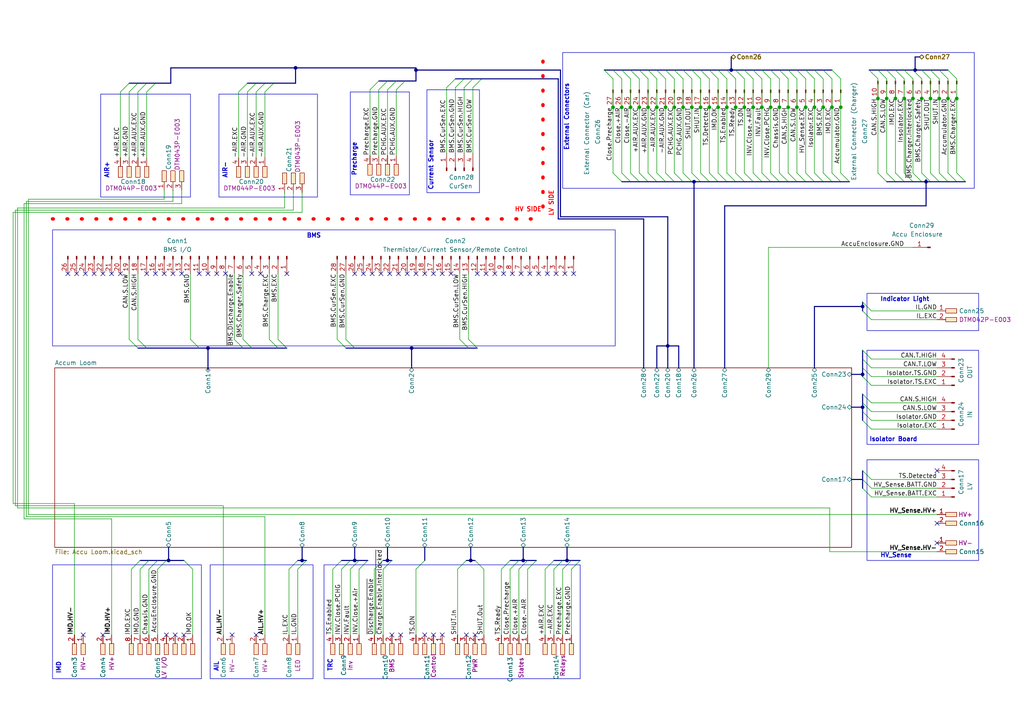
<source format=kicad_sch>
(kicad_sch (version 20230121) (generator eeschema)
  (paper "A4")
  (title_block (title "Accumulator Loom Top-level") (date "2023-11-06") (rev "1.0.0") (company "SUFST") (comment 1 "Stag X") (comment 2 "Marek Frodyma") (comment 4 "N/A"))
  (junction (at 180.34 31.115))
  (junction (at 112.395 162.56))
  (junction (at 208.28 31.115))
  (junction (at 264.795 28.575))
  (junction (at 257.175 28.575))
  (junction (at 210.82 31.115))
  (junction (at 238.76 31.115))
  (junction (at 262.255 28.575))
  (junction (at 190.5 31.115))
  (junction (at 200.66 31.115))
  (junction (at 259.715 28.575))
  (junction (at 182.88 31.115))
  (junction (at 277.495 28.575))
  (junction (at 87.63 162.56))
  (junction (at 60.325 100.965))
  (junction (at 164.465 162.56))
  (junction (at 195.58 31.115))
  (junction (at 205.74 31.115))
  (junction (at 215.9 31.115))
  (junction (at 265.43 20.32))
  (junction (at 243.84 31.115))
  (junction (at 151.765 162.56))
  (junction (at 268.605 52.705))
  (junction (at 187.96 31.115))
  (junction (at 274.955 28.575))
  (junction (at 185.42 31.115))
  (junction (at 236.22 31.115))
  (junction (at 120.65 20.32))
  (junction (at 233.68 31.115))
  (junction (at 198.12 31.115))
  (junction (at 85.725 19.685))
  (junction (at 250.19 88.9))
  (junction (at 267.335 28.575))
  (junction (at 193.675 100.33))
  (junction (at 213.36 31.115))
  (junction (at 228.6 31.115))
  (junction (at 119.38 100.965))
  (junction (at 250.19 108.585))
  (junction (at 226.06 31.115))
  (junction (at 102.87 162.56))
  (junction (at 193.04 31.115))
  (junction (at 250.19 118.11))
  (junction (at 272.415 28.575))
  (junction (at 177.8 31.115))
  (junction (at 223.52 31.115))
  (junction (at 269.875 28.575))
  (junction (at 212.09 20.32))
  (junction (at 48.895 162.56))
  (junction (at 241.3 31.115))
  (junction (at 218.44 31.115))
  (junction (at 136.525 162.56))
  (junction (at 201.295 52.705))
  (junction (at 231.14 31.115))
  (junction (at 203.2 31.115))
  (junction (at 220.98 31.115))
  (junction (at 254.635 28.575))
  (no_connect (at 123.19 79.375))
  (no_connect (at 47.625 79.375))
  (no_connect (at 19.685 79.375))
  (no_connect (at 102.87 79.375))
  (no_connect (at 271.78 151.765))
  (no_connect (at 22.225 79.375))
  (no_connect (at 34.925 79.375))
  (no_connect (at 83.185 79.375))
  (no_connect (at 271.78 136.525))
  (no_connect (at 116.205 184.15))
  (no_connect (at 148.59 79.375))
  (no_connect (at 42.545 79.375))
  (no_connect (at 48.26 184.15))
  (no_connect (at 24.13 184.15))
  (no_connect (at 113.665 184.15))
  (no_connect (at 128.27 184.15))
  (no_connect (at 115.57 79.375))
  (no_connect (at 143.51 79.375))
  (no_connect (at 125.73 184.15))
  (no_connect (at 146.05 79.375))
  (no_connect (at 158.75 79.375))
  (no_connect (at 65.405 79.375))
  (no_connect (at 57.785 79.375))
  (no_connect (at 128.27 79.375))
  (no_connect (at 161.29 79.375))
  (no_connect (at 75.565 79.375))
  (no_connect (at 130.81 79.375))
  (no_connect (at 140.97 79.375))
  (no_connect (at 110.49 79.375))
  (no_connect (at 135.255 184.15))
  (no_connect (at 113.03 79.375))
  (no_connect (at 105.41 79.375))
  (no_connect (at 271.78 157.48))
  (no_connect (at 137.795 184.15))
  (no_connect (at 74.295 184.15))
  (no_connect (at 125.73 79.375))
  (no_connect (at 53.34 184.15))
  (no_connect (at 29.845 184.15))
  (no_connect (at 153.67 79.375))
  (no_connect (at 123.19 184.15))
  (no_connect (at 118.11 79.375))
  (no_connect (at 163.83 79.375))
  (no_connect (at 107.95 79.375))
  (no_connect (at 73.025 79.375))
  (no_connect (at 29.845 79.375))
  (no_connect (at 67.31 184.15))
  (no_connect (at 50.8 184.15))
  (no_connect (at 24.765 79.375))
  (no_connect (at 50.165 79.375))
  (no_connect (at 32.385 79.375))
  (no_connect (at 156.21 79.375))
  (no_connect (at 62.865 79.375))
  (no_connect (at 166.37 79.375))
  (no_connect (at 52.705 79.375))
  (no_connect (at 138.43 79.375))
  (no_connect (at 120.65 79.375))
  (no_connect (at 45.085 79.375))
  (no_connect (at 27.305 79.375))
  (no_connect (at 151.13 79.375))
  (no_connect (at 60.325 79.375))
  (bus_entry (at 213.36 22.86) (size -2.54 -2.54))
  (bus_entry (at 264.795 52.705) (size -2.54 -2.54))
  (bus_entry (at 200.66 52.705) (size -2.54 -2.54))
  (bus_entry (at 200.66 22.86) (size -2.54 -2.54))
  (bus_entry (at 147.955 162.56) (size -2.54 2.54))
  (bus_entry (at 168.275 162.56) (size -2.54 2.54))
  (bus_entry (at 233.68 52.705) (size -2.54 -2.54))
  (bus_entry (at 185.42 52.705) (size -2.54 -2.54))
  (bus_entry (at 208.28 52.705) (size -2.54 -2.54))
  (bus_entry (at 259.715 52.705) (size -2.54 -2.54))
  (bus_entry (at 210.82 22.86) (size -2.54 -2.54))
  (bus_entry (at 45.085 24.13) (size -2.54 2.54))
  (bus_entry (at 259.715 22.86) (size -2.54 -2.54))
  (bus_entry (at 274.955 52.705) (size -2.54 -2.54))
  (bus_entry (at 135.255 162.56) (size -2.54 2.54))
  (bus_entry (at 195.58 22.86) (size -2.54 -2.54))
  (bus_entry (at 138.43 100.965) (size -2.54 -2.54))
  (bus_entry (at 205.74 22.86) (size -2.54 -2.54))
  (bus_entry (at 135.89 100.965) (size -2.54 -2.54))
  (bus_entry (at 134.62 22.86) (size -2.54 2.54))
  (bus_entry (at 123.19 162.56) (size -2.54 2.54))
  (bus_entry (at 277.495 22.86) (size -2.54 -2.54))
  (bus_entry (at 177.8 22.86) (size -2.54 -2.54))
  (bus_entry (at 215.9 22.86) (size -2.54 -2.54))
  (bus_entry (at 203.2 22.86) (size -2.54 -2.54))
  (bus_entry (at 182.88 52.705) (size -2.54 -2.54))
  (bus_entry (at 104.14 162.56) (size -2.54 2.54))
  (bus_entry (at 246.38 52.705) (size -2.54 -2.54))
  (bus_entry (at 153.035 162.56) (size -2.54 2.54))
  (bus_entry (at 262.255 52.705) (size -2.54 -2.54))
  (bus_entry (at 236.22 52.705) (size -2.54 -2.54))
  (bus_entry (at 193.04 22.86) (size -2.54 -2.54))
  (bus_entry (at 86.36 162.56) (size -2.54 2.54))
  (bus_entry (at 243.84 22.86) (size -2.54 -2.54))
  (bus_entry (at 267.335 22.86) (size -2.54 -2.54))
  (bus_entry (at 40.005 24.13) (size -2.54 2.54))
  (bus_entry (at 180.34 52.705) (size -2.54 -2.54))
  (bus_entry (at 241.3 52.705) (size -2.54 -2.54))
  (bus_entry (at 250.19 114.3) (size 2.54 2.54))
  (bus_entry (at 267.335 52.705) (size -2.54 -2.54))
  (bus_entry (at 73.025 100.965) (size -2.54 -2.54))
  (bus_entry (at 37.465 24.13) (size -2.54 2.54))
  (bus_entry (at 250.19 121.92) (size 2.54 2.54))
  (bus_entry (at 226.06 22.86) (size -2.54 -2.54))
  (bus_entry (at 106.68 162.56) (size -2.54 2.54))
  (bus_entry (at 203.2 52.705) (size -2.54 -2.54))
  (bus_entry (at 269.875 52.705) (size -2.54 -2.54))
  (bus_entry (at 40.005 100.965) (size -2.54 -2.54))
  (bus_entry (at 76.835 24.13) (size -2.54 2.54))
  (bus_entry (at 250.19 109.22) (size 2.54 2.54))
  (bus_entry (at 80.645 100.965) (size -2.54 -2.54))
  (bus_entry (at 250.19 119.38) (size 2.54 2.54))
  (bus_entry (at 132.08 22.86) (size -2.54 2.54))
  (bus_entry (at 101.6 162.56) (size -2.54 2.54))
  (bus_entry (at 137.16 22.86) (size -2.54 2.54))
  (bus_entry (at 228.6 52.705) (size -2.54 -2.54))
  (bus_entry (at 277.495 52.705) (size -2.54 -2.54))
  (bus_entry (at 150.495 162.56) (size -2.54 2.54))
  (bus_entry (at 114.935 23.495) (size -2.54 2.54))
  (bus_entry (at 74.295 24.13) (size -2.54 2.54))
  (bus_entry (at 243.84 52.705) (size -2.54 -2.54))
  (bus_entry (at 250.19 104.14) (size 2.54 2.54))
  (bus_entry (at 231.14 22.86) (size -2.54 -2.54))
  (bus_entry (at 220.98 52.705) (size -2.54 -2.54))
  (bus_entry (at 228.6 22.86) (size -2.54 -2.54))
  (bus_entry (at 213.36 52.705) (size -2.54 -2.54))
  (bus_entry (at 42.545 24.13) (size -2.54 2.54))
  (bus_entry (at 269.875 22.86) (size -2.54 -2.54))
  (bus_entry (at 182.88 22.86) (size -2.54 -2.54))
  (bus_entry (at 102.87 100.965) (size -2.54 -2.54))
  (bus_entry (at 231.14 52.705) (size -2.54 -2.54))
  (bus_entry (at 233.68 22.86) (size -2.54 -2.54))
  (bus_entry (at 215.9 52.705) (size -2.54 -2.54))
  (bus_entry (at 53.34 162.56) (size 2.54 2.54))
  (bus_entry (at 113.665 162.56) (size -2.54 2.54))
  (bus_entry (at 160.655 162.56) (size -2.54 2.54))
  (bus_entry (at 223.52 52.705) (size -2.54 -2.54))
  (bus_entry (at 109.855 23.495) (size -2.54 2.54))
  (bus_entry (at 198.12 22.86) (size -2.54 -2.54))
  (bus_entry (at 190.5 22.86) (size -2.54 -2.54))
  (bus_entry (at 250.19 141.605) (size 2.54 2.54))
  (bus_entry (at 226.06 52.705) (size -2.54 -2.54))
  (bus_entry (at 250.19 136.525) (size 2.54 2.54))
  (bus_entry (at 218.44 52.705) (size -2.54 -2.54))
  (bus_entry (at 205.74 52.705) (size -2.54 -2.54))
  (bus_entry (at 163.195 162.56) (size -2.54 2.54))
  (bus_entry (at 272.415 22.86) (size -2.54 -2.54))
  (bus_entry (at 185.42 22.86) (size -2.54 -2.54))
  (bus_entry (at 241.3 22.86) (size -2.54 -2.54))
  (bus_entry (at 223.52 22.86) (size -2.54 -2.54))
  (bus_entry (at 250.19 101.6) (size 2.54 2.54))
  (bus_entry (at 193.04 52.705) (size -2.54 -2.54))
  (bus_entry (at 208.28 22.86) (size -2.54 -2.54))
  (bus_entry (at 250.19 116.84) (size 2.54 2.54))
  (bus_entry (at 117.475 23.495) (size -2.54 2.54))
  (bus_entry (at 190.5 52.705) (size -2.54 -2.54))
  (bus_entry (at 70.485 100.965) (size -2.54 -2.54))
  (bus_entry (at 71.755 24.13) (size -2.54 2.54))
  (bus_entry (at 112.395 23.495) (size -2.54 2.54))
  (bus_entry (at 250.19 90.17) (size 2.54 2.54))
  (bus_entry (at 218.44 22.86) (size -2.54 -2.54))
  (bus_entry (at 272.415 52.705) (size -2.54 -2.54))
  (bus_entry (at 210.82 52.705) (size -2.54 -2.54))
  (bus_entry (at 254.635 22.86) (size -2.54 -2.54))
  (bus_entry (at 280.035 52.705) (size -2.54 -2.54))
  (bus_entry (at 198.12 52.705) (size -2.54 -2.54))
  (bus_entry (at 100.33 100.965) (size -2.54 -2.54))
  (bus_entry (at 238.76 22.86) (size -2.54 -2.54))
  (bus_entry (at 79.375 24.13) (size -2.54 2.54))
  (bus_entry (at 257.175 22.86) (size -2.54 -2.54))
  (bus_entry (at 220.98 22.86) (size -2.54 -2.54))
  (bus_entry (at 250.19 87.63) (size 2.54 2.54))
  (bus_entry (at 165.735 162.56) (size -2.54 2.54))
  (bus_entry (at 43.18 162.56) (size -2.54 2.54))
  (bus_entry (at 137.795 162.56) (size 2.54 2.54))
  (bus_entry (at 139.7 22.86) (size -2.54 2.54))
  (bus_entry (at 40.64 162.56) (size -2.54 2.54))
  (bus_entry (at 257.175 52.705) (size -2.54 -2.54))
  (bus_entry (at 250.19 106.68) (size 2.54 2.54))
  (bus_entry (at 88.9 162.56) (size -2.54 2.54))
  (bus_entry (at 155.575 162.56) (size -2.54 2.54))
  (bus_entry (at 48.26 162.56) (size -2.54 2.54))
  (bus_entry (at 187.96 22.86) (size -2.54 -2.54))
  (bus_entry (at 264.795 22.86) (size -2.54 -2.54))
  (bus_entry (at 111.125 162.56) (size -2.54 2.54))
  (bus_entry (at 83.185 100.965) (size -2.54 -2.54))
  (bus_entry (at 57.785 100.965) (size -2.54 -2.54))
  (bus_entry (at 99.06 162.56) (size -2.54 2.54))
  (bus_entry (at 187.96 52.705) (size -2.54 -2.54))
  (bus_entry (at 236.22 22.86) (size -2.54 -2.54))
  (bus_entry (at 195.58 52.705) (size -2.54 -2.54))
  (bus_entry (at 262.255 22.86) (size -2.54 -2.54))
  (bus_entry (at 250.19 139.065) (size 2.54 2.54))
  (bus_entry (at 238.76 52.705) (size -2.54 -2.54))
  (bus_entry (at 42.545 100.965) (size -2.54 -2.54))
  (bus_entry (at 45.72 162.56) (size -2.54 2.54))
  (bus_entry (at 274.955 22.86) (size -2.54 -2.54))
  (bus_entry (at 180.34 22.86) (size -2.54 -2.54))
  (wire (pts (xy 222.885 71.755) (xy 222.885 106.68)))
  (bus (pts (xy 201.295 52.705) (xy 203.2 52.705)))
  (wire (pts (xy 252.73 144.145) (xy 271.78 144.145)))
  (bus (pts (xy 193.675 106.68) (xy 193.675 100.33)))
  (bus (pts (xy 137.16 22.86) (xy 139.7 22.86)))
  (bus (pts (xy 236.22 52.705) (xy 238.76 52.705)))
  (wire (pts (xy 147.955 165.1) (xy 147.955 184.15)))
  (wire (pts (xy 69.215 26.67) (xy 69.215 45.72)))
  (wire (pts (xy 132.715 165.1) (xy 132.715 184.15)))
  (wire (pts (xy 259.715 22.86) (xy 259.715 28.575)))
  (bus (pts (xy 268.605 52.07) (xy 268.605 52.705)))
  (wire (pts (xy 254.635 50.165) (xy 254.635 28.575)))
  (wire (pts (xy 153.035 165.1) (xy 153.035 184.15)))
  (bus (pts (xy 233.68 52.705) (xy 236.22 52.705)))
  (bus (pts (xy 218.44 20.32) (xy 220.98 20.32)))
  (wire (pts (xy 236.22 50.165) (xy 236.22 31.115)))
  (bus (pts (xy 134.62 22.86) (xy 137.16 22.86)))
  (bus (pts (xy 161.925 22.86) (xy 161.925 63.5)))
  (bus (pts (xy 231.14 52.705) (xy 233.68 52.705)))
  (wire (pts (xy 64.77 184.15) (xy 64.77 146.685)))
  (bus (pts (xy 111.125 162.56) (xy 112.395 162.56)))
  (wire (pts (xy 195.58 50.165) (xy 195.58 31.115)))
  (wire (pts (xy 233.68 22.86) (xy 233.68 31.115)))
  (wire (pts (xy 177.8 22.86) (xy 177.8 31.115)))
  (bus (pts (xy 265.43 20.32) (xy 265.43 16.51)))
  (bus (pts (xy 203.2 20.32) (xy 205.74 20.32)))
  (wire (pts (xy 252.73 90.17) (xy 271.78 90.17)))
  (wire (pts (xy 38.1 165.1) (xy 38.1 184.15)))
  (bus (pts (xy 250.19 106.68) (xy 250.19 108.585)))
  (bus (pts (xy 87.63 162.56) (xy 88.9 162.56)))
  (bus (pts (xy 139.7 22.86) (xy 161.925 22.86)))
  (bus (pts (xy 226.06 20.32) (xy 228.6 20.32)))
  (bus (pts (xy 264.795 52.705) (xy 267.335 52.705)))
  (wire (pts (xy 252.73 92.71) (xy 271.78 92.71)))
  (wire (pts (xy 252.73 111.76) (xy 271.78 111.76)))
  (bus (pts (xy 264.795 20.32) (xy 265.43 20.32)))
  (bus (pts (xy 268.605 59.69) (xy 210.185 59.69)))
  (wire (pts (xy 193.04 50.165) (xy 193.04 31.115)))
  (wire (pts (xy 37.465 26.67) (xy 37.465 45.72)))
  (bus (pts (xy 259.715 20.32) (xy 262.255 20.32)))
  (bus (pts (xy 151.765 162.56) (xy 151.765 158.75)))
  (wire (pts (xy 213.36 50.165) (xy 213.36 31.115)))
  (wire (pts (xy 236.22 22.86) (xy 236.22 31.115)))
  (wire (pts (xy 40.64 165.1) (xy 40.64 184.15)))
  (bus (pts (xy 85.725 19.685) (xy 85.725 24.13)))
  (bus (pts (xy 196.85 106.68) (xy 196.85 100.33)))
  (wire (pts (xy 252.73 141.605) (xy 271.78 141.605)))
  (bus (pts (xy 228.6 52.705) (xy 231.14 52.705)))
  (wire (pts (xy 241.3 50.165) (xy 241.3 31.115)))
  (bus (pts (xy 250.19 139.065) (xy 250.19 141.605)))
  (wire (pts (xy 21.59 146.05) (xy 21.59 184.15)))
  (bus (pts (xy 182.88 52.705) (xy 185.42 52.705)))
  (bus (pts (xy 177.8 20.32) (xy 180.34 20.32)))
  (wire (pts (xy 67.945 98.425) (xy 67.945 79.375)))
  (wire (pts (xy 80.645 98.425) (xy 80.645 79.375)))
  (wire (pts (xy 228.6 50.165) (xy 228.6 31.115)))
  (wire (pts (xy 70.485 98.425) (xy 70.485 79.375)))
  (wire (pts (xy 215.9 22.86) (xy 215.9 31.115)))
  (bus (pts (xy 147.955 162.56) (xy 150.495 162.56)))
  (bus (pts (xy 135.89 100.965) (xy 138.43 100.965)))
  (wire (pts (xy 82.55 55.88) (xy 82.55 60.325)))
  (wire (pts (xy 264.795 71.755) (xy 222.885 71.755)))
  (bus (pts (xy 57.785 100.965) (xy 60.325 100.965)))
  (wire (pts (xy 50.165 55.245) (xy 50.165 58.42)))
  (wire (pts (xy 252.73 109.22) (xy 271.78 109.22)))
  (wire (pts (xy 252.73 124.46) (xy 271.78 124.46)))
  (wire (pts (xy 158.115 165.1) (xy 158.115 184.15)))
  (wire (pts (xy 99.06 165.1) (xy 99.06 184.15)))
  (wire (pts (xy 108.585 165.1) (xy 108.585 184.15)))
  (bus (pts (xy 102.87 100.965) (xy 119.38 100.965)))
  (bus (pts (xy 162.56 20.32) (xy 120.65 20.32)))
  (wire (pts (xy 120.65 165.1) (xy 120.65 184.15)))
  (wire (pts (xy 43.18 165.1) (xy 43.18 184.15)))
  (bus (pts (xy 182.88 20.32) (xy 185.42 20.32)))
  (bus (pts (xy 250.19 104.14) (xy 250.19 106.68)))
  (wire (pts (xy 208.28 22.86) (xy 208.28 31.115)))
  (wire (pts (xy 262.255 22.86) (xy 262.255 28.575)))
  (bus (pts (xy 120.65 19.685) (xy 120.65 20.32)))
  (wire (pts (xy 252.73 119.38) (xy 271.78 119.38)))
  (bus (pts (xy 135.255 162.56) (xy 136.525 162.56)))
  (wire (pts (xy 45.72 165.1) (xy 45.72 184.15)))
  (bus (pts (xy 262.255 52.705) (xy 264.795 52.705)))
  (wire (pts (xy 7.62 58.42) (xy 7.62 149.86)))
  (bus (pts (xy 200.66 20.32) (xy 203.2 20.32)))
  (wire (pts (xy 200.66 22.86) (xy 200.66 31.115)))
  (wire (pts (xy 71.755 26.67) (xy 71.755 45.72)))
  (wire (pts (xy 101.6 165.1) (xy 101.6 184.15)))
  (bus (pts (xy 247.015 118.11) (xy 250.19 118.11)))
  (wire (pts (xy 107.315 26.035) (xy 107.315 45.085)))
  (wire (pts (xy 180.34 22.86) (xy 180.34 31.115)))
  (bus (pts (xy 212.09 20.32) (xy 213.36 20.32)))
  (bus (pts (xy 153.035 162.56) (xy 155.575 162.56)))
  (wire (pts (xy 205.74 22.86) (xy 205.74 31.115)))
  (bus (pts (xy 233.68 20.32) (xy 236.22 20.32)))
  (wire (pts (xy 132.08 25.4) (xy 132.08 44.45)))
  (bus (pts (xy 218.44 52.705) (xy 220.98 52.705)))
  (bus (pts (xy 193.675 62.865) (xy 162.56 62.865)))
  (bus (pts (xy 180.34 52.705) (xy 182.88 52.705)))
  (wire (pts (xy 133.35 98.425) (xy 133.35 79.375)))
  (wire (pts (xy 160.655 165.1) (xy 160.655 184.15)))
  (wire (pts (xy 187.96 22.86) (xy 187.96 31.115)))
  (wire (pts (xy 52.705 59.055) (xy 52.705 55.245)))
  (wire (pts (xy 231.14 50.165) (xy 231.14 31.115)))
  (wire (pts (xy 185.42 50.165) (xy 185.42 31.115)))
  (wire (pts (xy 262.255 50.165) (xy 262.255 28.575)))
  (wire (pts (xy 100.33 98.425) (xy 100.33 79.375)))
  (bus (pts (xy 265.43 20.32) (xy 267.335 20.32)))
  (wire (pts (xy 252.73 106.68) (xy 271.78 106.68)))
  (bus (pts (xy 254.635 20.32) (xy 257.175 20.32)))
  (bus (pts (xy 120.65 20.32) (xy 120.65 23.495)))
  (wire (pts (xy 78.105 98.425) (xy 78.105 79.375)))
  (wire (pts (xy 129.54 25.4) (xy 129.54 44.45)))
  (bus (pts (xy 238.76 52.705) (xy 241.3 52.705)))
  (bus (pts (xy 265.43 16.51) (xy 266.7 16.51)))
  (bus (pts (xy 112.395 162.56) (xy 112.395 158.75)))
  (wire (pts (xy 180.34 50.165) (xy 180.34 31.115)))
  (bus (pts (xy 132.08 22.86) (xy 134.62 22.86)))
  (wire (pts (xy 190.5 50.165) (xy 190.5 31.115)))
  (wire (pts (xy 231.14 22.86) (xy 231.14 31.115)))
  (bus (pts (xy 220.98 20.32) (xy 223.52 20.32)))
  (wire (pts (xy 42.545 26.67) (xy 42.545 45.72)))
  (bus (pts (xy 208.28 52.705) (xy 210.82 52.705)))
  (bus (pts (xy 236.22 88.9) (xy 250.19 88.9)))
  (bus (pts (xy 190.5 20.32) (xy 193.04 20.32)))
  (bus (pts (xy 70.485 100.965) (xy 73.025 100.965)))
  (wire (pts (xy 203.2 22.86) (xy 203.2 31.115)))
  (wire (pts (xy 185.42 22.86) (xy 185.42 31.115)))
  (bus (pts (xy 277.495 52.705) (xy 280.035 52.705)))
  (wire (pts (xy 252.73 116.84) (xy 271.78 116.84)))
  (wire (pts (xy 85.09 60.96) (xy 85.09 55.88)))
  (bus (pts (xy 136.525 162.56) (xy 137.795 162.56)))
  (bus (pts (xy 162.56 62.865) (xy 162.56 20.32)))
  (wire (pts (xy 243.84 22.86) (xy 243.84 31.115)))
  (bus (pts (xy 102.87 162.56) (xy 104.14 162.56)))
  (bus (pts (xy 201.295 52.705) (xy 201.295 106.68)))
  (wire (pts (xy 64.77 146.685) (xy 4.445 146.685)))
  (bus (pts (xy 150.495 162.56) (xy 151.765 162.56)))
  (wire (pts (xy 87.63 55.88) (xy 87.63 61.595)))
  (bus (pts (xy 236.22 20.32) (xy 238.76 20.32)))
  (bus (pts (xy 243.84 52.705) (xy 246.38 52.705)))
  (bus (pts (xy 87.63 162.56) (xy 86.36 162.56)))
  (wire (pts (xy 252.73 104.14) (xy 271.78 104.14)))
  (bus (pts (xy 250.19 118.11) (xy 250.19 119.38)))
  (wire (pts (xy 264.795 50.165) (xy 264.795 28.575)))
  (wire (pts (xy 220.98 22.86) (xy 220.98 31.115)))
  (bus (pts (xy 269.875 52.705) (xy 272.415 52.705)))
  (bus (pts (xy 120.65 19.685) (xy 85.725 19.685)))
  (bus (pts (xy 42.545 100.965) (xy 57.785 100.965)))
  (bus (pts (xy 250.19 114.3) (xy 250.19 116.84)))
  (wire (pts (xy 111.125 165.1) (xy 111.125 184.15)))
  (bus (pts (xy 185.42 20.32) (xy 187.96 20.32)))
  (bus (pts (xy 119.38 100.965) (xy 135.89 100.965)))
  (wire (pts (xy 40.005 98.425) (xy 40.005 79.375)))
  (wire (pts (xy 182.88 50.165) (xy 182.88 31.115)))
  (wire (pts (xy 240.665 147.32) (xy 240.665 160.02)))
  (bus (pts (xy 208.28 20.32) (xy 210.82 20.32)))
  (bus (pts (xy 272.415 52.705) (xy 274.955 52.705)))
  (wire (pts (xy 223.52 22.86) (xy 223.52 31.115)))
  (bus (pts (xy 269.875 20.32) (xy 272.415 20.32)))
  (wire (pts (xy 177.8 50.165) (xy 177.8 31.115)))
  (wire (pts (xy 135.89 98.425) (xy 135.89 79.375)))
  (wire (pts (xy 5.08 60.325) (xy 5.08 147.32)))
  (bus (pts (xy 40.64 162.56) (xy 43.18 162.56)))
  (wire (pts (xy 264.795 22.86) (xy 264.795 28.575)))
  (bus (pts (xy 257.175 20.32) (xy 259.715 20.32)))
  (wire (pts (xy 190.5 22.86) (xy 190.5 31.115)))
  (bus (pts (xy 114.935 23.495) (xy 117.475 23.495)))
  (bus (pts (xy 45.72 162.56) (xy 48.26 162.56)))
  (wire (pts (xy 165.735 165.1) (xy 165.735 184.15)))
  (bus (pts (xy 186.69 63.5) (xy 186.69 106.68)))
  (bus (pts (xy 45.085 24.13) (xy 49.53 24.13)))
  (bus (pts (xy 223.52 52.705) (xy 226.06 52.705)))
  (bus (pts (xy 163.195 162.56) (xy 164.465 162.56)))
  (wire (pts (xy 40.005 26.67) (xy 40.005 45.72)))
  (bus (pts (xy 267.335 52.705) (xy 268.605 52.705)))
  (bus (pts (xy 40.005 100.965) (xy 42.545 100.965)))
  (wire (pts (xy 254.635 22.86) (xy 254.635 28.575)))
  (wire (pts (xy 76.835 26.67) (xy 76.835 45.72)))
  (wire (pts (xy 277.495 22.86) (xy 277.495 28.575)))
  (wire (pts (xy 259.715 50.165) (xy 259.715 28.575)))
  (bus (pts (xy 267.335 20.32) (xy 269.875 20.32)))
  (wire (pts (xy 205.74 50.165) (xy 205.74 31.115)))
  (wire (pts (xy 4.445 146.685) (xy 4.445 60.96)))
  (wire (pts (xy 6.985 150.495) (xy 6.985 59.055)))
  (bus (pts (xy 49.53 19.685) (xy 49.53 24.13)))
  (bus (pts (xy 71.755 24.13) (xy 74.295 24.13)))
  (bus (pts (xy 205.74 52.705) (xy 208.28 52.705)))
  (bus (pts (xy 250.19 108.585) (xy 247.015 108.585)))
  (bus (pts (xy 272.415 20.32) (xy 274.955 20.32)))
  (bus (pts (xy 250.19 136.525) (xy 250.19 139.065)))
  (wire (pts (xy 3.81 61.595) (xy 3.81 146.05)))
  (wire (pts (xy 87.63 61.595) (xy 3.81 61.595)))
  (bus (pts (xy 257.175 52.705) (xy 259.715 52.705)))
  (bus (pts (xy 165.735 162.56) (xy 168.275 162.56)))
  (wire (pts (xy 274.955 50.165) (xy 274.955 28.575)))
  (wire (pts (xy 114.935 26.035) (xy 114.935 45.085)))
  (bus (pts (xy 210.185 59.69) (xy 210.185 106.68)))
  (bus (pts (xy 160.655 162.56) (xy 163.195 162.56)))
  (wire (pts (xy 6.985 59.055) (xy 52.705 59.055)))
  (wire (pts (xy 228.6 22.86) (xy 228.6 31.115)))
  (wire (pts (xy 233.68 50.165) (xy 233.68 31.115)))
  (bus (pts (xy 87.63 158.75) (xy 87.63 162.56)))
  (bus (pts (xy 268.605 52.705) (xy 268.605 59.69)))
  (wire (pts (xy 55.88 165.1) (xy 55.88 184.15)))
  (wire (pts (xy 267.335 22.86) (xy 267.335 28.575)))
  (bus (pts (xy 213.36 20.32) (xy 215.9 20.32)))
  (bus (pts (xy 195.58 20.32) (xy 198.12 20.32)))
  (wire (pts (xy 238.76 22.86) (xy 238.76 31.115)))
  (wire (pts (xy 241.3 22.86) (xy 241.3 31.115)))
  (wire (pts (xy 32.385 184.15) (xy 32.385 150.495)))
  (bus (pts (xy 79.375 24.13) (xy 85.725 24.13)))
  (wire (pts (xy 4.445 60.96) (xy 85.09 60.96)))
  (wire (pts (xy 218.44 50.165) (xy 218.44 31.115)))
  (bus (pts (xy 102.87 162.56) (xy 102.87 158.75)))
  (wire (pts (xy 257.175 22.86) (xy 257.175 28.575)))
  (bus (pts (xy 195.58 52.705) (xy 198.12 52.705)))
  (bus (pts (xy 198.12 52.705) (xy 200.66 52.705)))
  (bus (pts (xy 123.19 162.56) (xy 123.19 158.75)))
  (wire (pts (xy 104.14 165.1) (xy 104.14 184.15)))
  (bus (pts (xy 213.36 52.705) (xy 215.9 52.705)))
  (bus (pts (xy 220.98 52.705) (xy 223.52 52.705)))
  (wire (pts (xy 96.52 165.1) (xy 96.52 184.15)))
  (bus (pts (xy 193.04 52.705) (xy 195.58 52.705)))
  (bus (pts (xy 196.85 100.33) (xy 193.675 100.33)))
  (bus (pts (xy 48.895 158.75) (xy 48.895 162.56)))
  (bus (pts (xy 198.12 20.32) (xy 200.66 20.32)))
  (bus (pts (xy 136.525 162.56) (xy 136.525 158.75)))
  (bus (pts (xy 228.6 20.32) (xy 231.14 20.32)))
  (wire (pts (xy 269.875 50.165) (xy 269.875 28.575)))
  (wire (pts (xy 5.08 147.32) (xy 240.665 147.32)))
  (bus (pts (xy 74.295 24.13) (xy 76.835 24.13)))
  (bus (pts (xy 187.96 20.32) (xy 190.5 20.32)))
  (bus (pts (xy 164.465 162.56) (xy 164.465 158.75)))
  (bus (pts (xy 80.645 100.965) (xy 83.185 100.965)))
  (bus (pts (xy 250.19 108.585) (xy 250.19 109.22)))
  (wire (pts (xy 269.875 22.86) (xy 269.875 28.575)))
  (wire (pts (xy 187.96 50.165) (xy 187.96 31.115)))
  (wire (pts (xy 240.665 160.02) (xy 271.78 160.02)))
  (bus (pts (xy 215.9 20.32) (xy 218.44 20.32)))
  (bus (pts (xy 213.36 52.705) (xy 210.82 52.705)))
  (bus (pts (xy 231.14 20.32) (xy 233.68 20.32)))
  (bus (pts (xy 215.9 52.705) (xy 218.44 52.705)))
  (wire (pts (xy 203.2 50.165) (xy 203.2 31.115)))
  (bus (pts (xy 259.715 52.705) (xy 262.255 52.705)))
  (wire (pts (xy 3.81 146.05) (xy 21.59 146.05)))
  (wire (pts (xy 252.73 121.92) (xy 271.78 121.92)))
  (wire (pts (xy 272.415 22.86) (xy 272.415 28.575)))
  (wire (pts (xy 74.295 26.67) (xy 74.295 45.72)))
  (wire (pts (xy 97.79 98.425) (xy 97.79 79.375)))
  (wire (pts (xy 50.165 58.42) (xy 7.62 58.42)))
  (wire (pts (xy 7.62 149.86) (xy 76.835 149.86)))
  (wire (pts (xy 82.55 60.325) (xy 5.08 60.325)))
  (wire (pts (xy 83.82 165.1) (xy 83.82 184.15)))
  (bus (pts (xy 109.855 23.495) (xy 112.395 23.495)))
  (bus (pts (xy 226.06 52.705) (xy 228.6 52.705)))
  (wire (pts (xy 47.625 55.245) (xy 47.625 57.785)))
  (wire (pts (xy 215.9 50.165) (xy 215.9 31.115)))
  (wire (pts (xy 8.255 57.785) (xy 8.255 149.225)))
  (bus (pts (xy 262.255 20.32) (xy 264.795 20.32)))
  (wire (pts (xy 145.415 165.1) (xy 145.415 184.15)))
  (wire (pts (xy 150.495 165.1) (xy 150.495 184.15)))
  (wire (pts (xy 200.66 50.165) (xy 200.66 31.115)))
  (bus (pts (xy 48.26 162.56) (xy 48.895 162.56)))
  (wire (pts (xy 134.62 25.4) (xy 134.62 44.45)))
  (bus (pts (xy 112.395 162.56) (xy 113.665 162.56)))
  (bus (pts (xy 42.545 24.13) (xy 45.085 24.13)))
  (wire (pts (xy 210.82 22.86) (xy 210.82 31.115)))
  (bus (pts (xy 40.005 24.13) (xy 42.545 24.13)))
  (bus (pts (xy 100.33 100.965) (xy 102.87 100.965)))
  (bus (pts (xy 187.96 52.705) (xy 190.5 52.705)))
  (bus (pts (xy 250.19 116.84) (xy 250.19 118.11)))
  (bus (pts (xy 238.76 20.32) (xy 241.3 20.32)))
  (bus (pts (xy 151.765 162.56) (xy 153.035 162.56)))
  (wire (pts (xy 109.855 26.035) (xy 109.855 45.085)))
  (bus (pts (xy 104.14 162.56) (xy 106.68 162.56)))
  (bus (pts (xy 76.835 24.13) (xy 79.375 24.13)))
  (bus (pts (xy 60.325 100.965) (xy 60.325 107.315)))
  (wire (pts (xy 182.88 22.86) (xy 182.88 31.115)))
  (bus (pts (xy 112.395 23.495) (xy 114.935 23.495)))
  (bus (pts (xy 161.925 63.5) (xy 186.69 63.5)))
  (bus (pts (xy 185.42 52.705) (xy 187.96 52.705)))
  (bus (pts (xy 101.6 162.56) (xy 102.87 162.56)))
  (bus (pts (xy 53.34 162.56) (xy 48.895 162.56)))
  (wire (pts (xy 8.255 149.225) (xy 271.78 149.225)))
  (wire (pts (xy 195.58 22.86) (xy 195.58 31.115)))
  (bus (pts (xy 190.5 106.68) (xy 190.5 100.33)))
  (bus (pts (xy 205.74 52.705) (xy 203.2 52.705)))
  (bus (pts (xy 175.26 20.32) (xy 177.8 20.32)))
  (wire (pts (xy 32.385 150.495) (xy 6.985 150.495)))
  (wire (pts (xy 272.415 50.165) (xy 272.415 28.575)))
  (wire (pts (xy 76.835 149.86) (xy 76.835 184.15)))
  (wire (pts (xy 55.245 98.425) (xy 55.245 79.375)))
  (bus (pts (xy 119.38 100.965) (xy 119.38 106.68)))
  (wire (pts (xy 213.36 22.86) (xy 213.36 31.115)))
  (wire (pts (xy 226.06 50.165) (xy 226.06 31.115)))
  (bus (pts (xy 200.66 52.705) (xy 201.295 52.705)))
  (wire (pts (xy 257.175 50.165) (xy 257.175 28.575)))
  (wire (pts (xy 226.06 22.86) (xy 226.06 31.115)))
  (bus (pts (xy 190.5 100.33) (xy 193.675 100.33)))
  (bus (pts (xy 190.5 52.705) (xy 193.04 52.705)))
  (bus (pts (xy 274.955 52.705) (xy 277.495 52.705)))
  (bus (pts (xy 99.06 162.56) (xy 101.6 162.56)))
  (bus (pts (xy 250.19 101.6) (xy 250.19 104.14)))
  (bus (pts (xy 250.19 87.63) (xy 250.19 88.9)))
  (bus (pts (xy 223.52 20.32) (xy 226.06 20.32)))
  (wire (pts (xy 140.335 165.1) (xy 140.335 184.15)))
  (bus (pts (xy 241.3 52.705) (xy 243.84 52.705)))
  (bus (pts (xy 205.74 20.32) (xy 208.28 20.32)))
  (bus (pts (xy 250.19 119.38) (xy 250.19 121.92)))
  (wire (pts (xy 210.82 31.115) (xy 210.82 50.165)))
  (bus (pts (xy 268.605 52.705) (xy 269.875 52.705)))
  (bus (pts (xy 43.18 162.56) (xy 45.72 162.56)))
  (wire (pts (xy 137.16 25.4) (xy 137.16 44.45)))
  (bus (pts (xy 193.675 100.33) (xy 193.675 62.865)))
  (bus (pts (xy 210.82 20.32) (xy 212.09 20.32)))
  (wire (pts (xy 163.195 165.1) (xy 163.195 184.15)))
  (bus (pts (xy 73.025 100.965) (xy 80.645 100.965)))
  (wire (pts (xy 112.395 26.035) (xy 112.395 45.085)))
  (wire (pts (xy 243.84 50.165) (xy 243.84 31.115)))
  (bus (pts (xy 37.465 24.13) (xy 40.005 24.13)))
  (wire (pts (xy 86.36 165.1) (xy 86.36 184.15)))
  (wire (pts (xy 252.73 139.065) (xy 271.78 139.065)))
  (bus (pts (xy 180.34 20.32) (xy 182.88 20.32)))
  (wire (pts (xy 34.925 26.67) (xy 34.925 45.72)))
  (wire (pts (xy 223.52 50.165) (xy 223.52 31.115)))
  (bus (pts (xy 212.09 20.32) (xy 212.09 16.51)))
  (wire (pts (xy 47.625 57.785) (xy 8.255 57.785)))
  (wire (pts (xy 198.12 50.165) (xy 198.12 31.115)))
  (bus (pts (xy 60.325 100.965) (xy 70.485 100.965)))
  (wire (pts (xy 267.335 50.165) (xy 267.335 28.575)))
  (wire (pts (xy 37.465 98.425) (xy 37.465 79.375)))
  (bus (pts (xy 250.19 139.065) (xy 247.015 139.065)))
  (wire (pts (xy 208.28 50.165) (xy 208.28 31.115)))
  (wire (pts (xy 193.04 22.86) (xy 193.04 31.115)))
  (wire (pts (xy 198.12 22.86) (xy 198.12 31.115)))
  (wire (pts (xy 220.98 50.165) (xy 220.98 31.115)))
  (bus (pts (xy 117.475 23.495) (xy 120.65 23.495)))
  (wire (pts (xy 218.44 22.86) (xy 218.44 31.115)))
  (wire (pts (xy 274.955 22.86) (xy 274.955 28.575)))
  (bus (pts (xy 193.04 20.32) (xy 195.58 20.32)))
  (wire (pts (xy 277.495 50.165) (xy 277.495 28.575)))
  (bus (pts (xy 85.725 19.685) (xy 49.53 19.685)))
  (bus (pts (xy 236.22 88.9) (xy 236.22 106.68)))
  (bus (pts (xy 250.19 88.9) (xy 250.19 90.17)))
  (bus (pts (xy 164.465 162.56) (xy 165.735 162.56)))
  (bus (pts (xy 252.095 20.32) (xy 254.635 20.32)))
  (wire (pts (xy 238.76 50.165) (xy 238.76 31.115)))
  (rectangle (start 29.21 27.305) (end 55.245 57.15))
  (rectangle (start 101.6 26.67) (end 118.745 56.515))
  (rectangle (start 63.5 27.305) (end 92.075 57.15))
  (rectangle (start 15.24 66.675) (end 178.435 100.33))
  (rectangle (start 157.48 17.78) (end 157.48 63.5) (stroke (width 1) (type dot) (color 255 0 0 1)))
  (rectangle (start 15.24 63.5) (end 157.48 63.5) (stroke (width 1) (type dot) (color 255 0 0 1)))
  (rectangle (start 251.46 85.09) (end 283.845 95.885))
  (rectangle (start 251.46 133.35) (end 283.845 162.56))
  (rectangle (start 123.825 26.035) (end 139.065 55.88))
  (rectangle (start 15.24 163.83) (end 58.42 196.85))
  (rectangle (start 93.98 163.83) (end 168.275 196.85))
  (rectangle (start 60.96 163.83) (end 90.805 196.85))
  (rectangle (start 251.46 101.6) (end 283.845 128.905))
  (rectangle (start 163.195 15.24) (end 282.575 54.61))
  (text "Isolator Board" (at 252.095 128.27 0) (effects (font (size 1.27 1.27) bold) (justify left bottom)))
  (text "IMD" (at 17.78 195.58 90) (effects (font (size 1.27 1.27) bold) (justify left bottom)))
  (text "BMS" (at 88.9 69.215 0) (effects (font (size 1.27 1.27) bold) (justify left bottom)))
  (text "AIL" (at 63.5 194.945 90) (effects (font (size 1.27 1.27) bold) (justify left bottom)))
  (text "HV SIDE" (at 149.225 61.595 0) (effects (font (size 1.27 1.27) (thickness 0.254) bold) (justify left bottom)))
  (text "Indicator Light" (at 255.27 87.63 0) (effects (font (size 1.27 1.27) bold) (justify left bottom)))
  (text "Precharge" (at 103.505 41.275 90) (effects (font (size 1.27 1.27) bold) (justify right bottom)))
  (text "LV SIDE" (at 160.655 62.865 90) (effects (font (size 1.27 1.27) (thickness 0.254) bold) (justify left bottom)))
  (text "HV_Sense" (at 255.27 161.925 0) (effects (font (size 1.27 1.27) bold) (justify left bottom)))
  (text "External Connectors" (at 165.1 43.815 90) (effects (font (size 1.27 1.27) (thickness 0.254) bold) (justify left bottom)))
  (text "AIR-" (at 66.04 46.99 90) (effects (font (size 1.27 1.27) bold) (justify right bottom)))
  (text "Current Sensor" (at 125.73 40.64 90) (effects (font (size 1.27 1.27) bold) (justify right bottom)))
  (text "TRC" (at 96.52 194.945 90) (effects (font (size 1.27 1.27) bold) (justify left bottom)))
  (text "AIR+" (at 31.75 46.99 90) (effects (font (size 1.27 1.27) bold) (justify right bottom)))
  (label "Close.Precharge" (at 147.955 184.15 90))
  (label "CAN.S.HIGH" (at 228.6 31.115 270))
  (label "AIL.HV+" (at 76.835 184.15 90) (effects (font bold)))
  (label "CAN.T.HIGH" (at 271.78 104.14 180))
  (label "~{Discharge.Enable}" (at 108.585 184.15 90))
  (label "Precharge.GND" (at 109.855 45.085 90))
  (label "-AIR.AUX.GND" (at 193.04 31.115 270))
  (label "SHUT.IN" (at 203.2 31.115 270))
  (label "SHUT.IN" (at 272.415 28.575 270))
  (label "IL.EXC" (at 271.78 92.71 180))
  (label "PCHG.AUX.GND" (at 198.12 31.115 270))
  (label "INV.Close.PCHG" (at 99.06 184.15 90))
  (label "BMS.CurSen.LOW" (at 133.35 79.375 270))
  (label "CAN.S.HIGH" (at 271.78 116.84 180))
  (label "INV.Close.+AIR" (at 218.44 31.115 270))
  (label "Isolator.TS.GND" (at 271.78 109.22 180))
  (label "Precharge.EXC" (at 163.195 184.15 90))
  (label "-AIR.GND" (at 71.755 45.72 90))
  (label "BMS.GND" (at 55.245 79.375 270))
  (label "HV_Sense.BATT.EXC" (at 271.78 144.145 180))
  (label "-AIR.AUX.EXC" (at 74.295 45.72 90))
  (label "CAN.S.LOW" (at 257.175 28.575 270))
  (label "-AIR.AUX.GND" (at 76.835 45.72 90))
  (label "-AIR.AUX.EXC" (at 190.5 31.115 270))
  (label "HV_Sense.EXC" (at 233.68 31.115 270))
  (label "+AIR.GND" (at 37.465 45.72 90))
  (label "BMS.Charger.Safety" (at 267.335 28.575 270))
  (label "Chassis.GND" (at 43.18 184.15 90))
  (label "TS.Ready" (at 145.415 184.15 90))
  (label "IL.EXC" (at 83.82 184.15 90))
  (label "PCHG.AUX.EXC" (at 112.395 45.085 90))
  (label "PCHG.AUX.EXC" (at 195.58 31.115 270))
  (label "INV.Fault" (at 220.98 31.115 270))
  (label "+AIR.AUX.GND" (at 42.545 45.72 90))
  (label "BMS.CurSen.GND" (at 100.33 79.375 270))
  (label "INV.Close.+Air" (at 104.14 184.15 90))
  (label "+AIR.EXC" (at 34.925 45.72 90))
  (label "Isolator.GND" (at 271.78 121.92 180))
  (label "Precharge.GND" (at 165.735 184.15 90))
  (label "BMS.CurSen.HIGH" (at 134.62 44.45 90))
  (label "BMS.Charge.EXC" (at 78.105 79.375 270))
  (label "TS.Enabled" (at 210.82 31.115 270))
  (label "Close.-AIR" (at 153.035 184.15 90))
  (label "IL.GND" (at 271.78 90.17 180))
  (label "IMD.OK" (at 55.88 184.15 90))
  (label "+AIR.EXC" (at 158.115 184.15 90))
  (label "AIL.HV-" (at 64.77 184.15 90) (effects (font bold)))
  (label "Close.+AIR" (at 180.34 31.115 270))
  (label "SHUT.OUT" (at 200.66 31.115 270))
  (label "BMS.CurSen.EXC" (at 97.79 79.375 270))
  (label "PCHG.AUX.GND" (at 114.935 45.085 90))
  (label "INV.Close.PCHG" (at 223.52 31.115 270))
  (label "Precharge.EXC" (at 107.315 45.085 90))
  (label "IL.GND" (at 86.36 184.15 90))
  (label "AccuEnclosure.GND" (at 45.72 183.515 90))
  (label "SHUT.In" (at 132.715 184.15 90))
  (label "CAN.S.HIGH" (at 254.635 28.575 270))
  (label "Accumulator.GND" (at 243.84 31.115 270))
  (label "CAN.S.LOW" (at 271.78 119.38 180))
  (label "BMS.EXC" (at 238.76 31.115 270))
  (label "CAN.T.LOW" (at 271.78 106.68 180))
  (label "Isolator.EXC" (at 236.22 31.115 270))
  (label "IMD.EXC" (at 38.1 184.15 90))
  (label "-AIR.EXC" (at 69.215 45.72 90))
  (label "TS.Detected" (at 205.74 31.115 270))
  (label "TS.Detected" (at 271.78 139.065 180))
  (label "IMD.HV+" (at 32.385 184.15 90) (effects (font bold)))
  (label "HV_Sense.HV-" (at 271.78 160.02 180) (effects (font bold)))
  (label "BMS.Charger.Safety" (at 70.485 79.375 270))
  (label "HV_Sense.BATT.GND" (at 271.78 141.605 180))
  (label "TS.ON" (at 120.65 184.15 90))
  (label "+AIR.AUX.EXC" (at 185.42 31.115 270))
  (label "~{Charge.Enable.Interlocked}" (at 111.125 184.15 90))
  (label "BMS.CurSen.HIGH" (at 135.89 79.375 270))
  (label "-AIR.EXC" (at 160.655 184.15 90))
  (label "BMS.Charger.EXC" (at 277.495 28.575 270))
  (label "TS.ON" (at 215.9 31.115 270))
  (label "~{BMS.Discharge.Enable}" (at 67.945 79.375 270))
  (label "Accumulator.GND" (at 274.955 28.575 270))
  (label "IMD.OK" (at 208.28 31.115 270))
  (label "Isolator.EXC" (at 271.78 124.46 180))
  (label "SHUT.Out" (at 140.335 184.15 90))
  (label "BMS.CurSen.EXC" (at 129.54 44.45 90))
  (label "IMD.EXC" (at 241.3 31.115 270))
  (label "Close.Precharge" (at 177.8 31.115 270))
  (label "BMS.CurSen.LOW" (at 137.16 44.45 90))
  (label "SHUT.OUT" (at 269.875 28.575 270))
  (label "IMD.EXC" (at 259.715 28.575 270))
  (label "Chassis.GND" (at 226.06 31.115 270))
  (label "BMS.CurSen.GND" (at 132.08 44.45 90))
  (label "CAN.S.LOW" (at 231.14 31.115 270))
  (label "TS.Ready" (at 213.36 31.115 270))
  (label "BMS.EXC" (at 80.645 79.375 270))
  (label "+AIR.AUX.EXC" (at 40.005 45.72 90))
  (label "AccuEnclosure.GND" (at 262.255 71.755 180))
  (label "HV_Sense.HV+" (at 271.78 149.225 180) (effects (font bold)))
  (label "Isolator.TS.EXC" (at 271.78 111.76 180))
  (label "TS.Enabled" (at 96.52 184.15 90))
  (label "INV.Fault" (at 101.6 184.15 90))
  (label "Insolator.EXC" (at 262.255 28.575 270))
  (label "~{BMS.Charger.Interlocked}" (at 264.795 28.575 270))
  (label "Close.-AIR" (at 182.88 31.115 270))
  (label "CAN.S.LOW" (at 37.465 79.375 270))
  (label "IMD.GND" (at 40.64 184.15 90))
  (label "IMD.HV-" (at 21.59 184.15 90) (effects (font bold)))
  (label "Close.+AIR" (at 150.495 184.15 90))
  (label "+AIR.AUX.GND" (at 187.96 31.115 270))
  (label "CAN.S.HIGH" (at 40.005 79.375 270))
  (hierarchical_label "Conn26" (shape bidirectional) (at 212.09 16.51 0) (effects (font bold)))
  (hierarchical_label "Conn27" (shape bidirectional) (at 266.7 16.51 0) (effects (font bold)))
  (symbol (lib_id "Connector:Conn_01x04_Pin") (at 276.86 121.92 180) (unit 1)
    (property "Reference" "Conn24" (at 278.765 123.825 90) (effects (justify right)))
    (property "Value" "IN" (at 281.305 121.285 90) (effects (justify right)))
  )
  (symbol (lib_id "Connectors_SUFST:Molex_2x1P_Horizontal_SMD") (at 69.85 186.055 90) (unit 1)
    (property "Reference" "Conn7" (at 74.295 190.5 0) (effects (justify right)))
    (property "Value" "Molex_2x1P_Horizontal_SMD" (effects hide))
    (property "P/N" "43650-0212" (effects hide))
    (property "Name" "HV+" (at 76.835 193.04 0))
  )
  (symbol (lib_id "Connectors_SUFST:Deutsch_DTM_2P_Pin") (at 273.685 97.155 180) (unit 1)
    (property "Reference" "Conn25" (at 278.13 90.17 0) (effects (justify right)))
    (property "Value" "Deutsch_DTM_2P_Pin" (effects hide))
    (property "P/N" "DTM042P-E003" (at 278.13 92.71 0) (effects (justify right)))
  )
  (symbol (lib_id "Connector:Conn_01x26_Pin") (at 52.705 74.295 270) (unit 1)
    (property "Reference" "Conn1" (at 51.435 69.85 90))
    (property "Value" "BMS I/O" (at 51.435 72.39 90))
  )
  (symbol (lib_id "Connector:Conn_01x04_Pin") (at 132.08 49.53 90) (unit 1)
    (property "Reference" "Conn28" (at 130.175 51.435 90) (effects (justify right)))
    (property "Value" "CurSen" (at 130.175 53.975 90) (effects (justify right)))
  )
  (symbol (lib_id "Connectors_SUFST:Deutsch_DTM_4P_Pin") (at 64.77 47.625 90) (unit 1)
    (property "Reference" "Conn20" (at 69.215 52.705 90) (effects (justify right)))
    (property "Value" "Deutsch_DTM_4P_Pin" (effects hide))
    (property "P/N" "DTM044P-E003" (at 64.77 54.61 90) (effects (justify right)))
  )
  (symbol (lib_id "Connector:Conn_01x01_Pin") (at 269.875 71.755 180) (unit 1)
    (property "Reference" "Conn29" (at 267.335 65.405 0))
    (property "Value" "Accu Enclosure" (at 266.065 67.945 0))
  )
  (symbol (lib_id "Connector:Conn_01x04_Pin") (at 276.86 141.605 180) (unit 1)
    (property "Reference" "Conn17" (at 278.765 143.51 90) (effects (justify right)))
    (property "Value" "LV" (at 281.305 142.24 90) (effects (justify right)))
  )
  (symbol (lib_name "Molex_2x1P_Horizontal_THT_1") (lib_id "Connectors_SUFST:Molex_2x1P_Horizontal_THT") (at 79.375 186.055 90) (unit 1)
    (property "Reference" "Conn8" (at 83.82 190.5 0) (effects (justify right)))
    (property "Value" "Molex_2x1P_Vertical_SMD" (effects hide))
    (property "P/N" "43650-0224" (effects hide))
    (property "Name" "LED" (at 86.36 193.04 0))
  )
  (symbol (lib_id "Connectors_SUFST:Molex_2x1P_Horizontal_SMD") (at 60.325 186.055 90) (unit 1)
    (property "Reference" "Conn6" (at 64.77 190.5 0) (effects (justify right)))
    (property "Value" "Molex_2x1P_Horizontal_SMD" (effects hide))
    (property "P/N" "43650-0212" (effects hide))
    (property "Name" "HV-" (at 67.31 193.04 0))
  )
  (symbol (lib_id "Connectors_SUFST:Molex_2x1P_Horizontal_THT") (at 273.685 164.465 180) (unit 1)
    (property "Reference" "Conn15" (at 278.13 160.02 0) (effects (justify right)))
    (property "Value" "Molex_2x1P_Horizontal_THT" (effects hide))
    (property "P/N" "43650-0200" (effects hide))
    (property "Name" "HV-" (at 280.035 157.48 0))
  )
  (symbol (lib_id "Connectors_SUFST:Molex_2x2P_Horizontal") (at 153.67 186.055 90) (unit 1)
    (property "Reference" "Conn14" (at 161.29 189.865 0) (effects (justify right)))
    (property "Value" "Molex_2x2P_Horizontal" (effects hide))
    (property "P/N" "43045-0400" (effects hide))
    (property "Name" "Relays" (at 163.195 193.04 0))
  )
  (symbol (lib_id "Connector:Conn_01x04_Pin") (at 276.86 109.22 180) (unit 1)
    (property "Reference" "Conn23" (at 278.765 111.125 90) (effects (justify right)))
    (property "Value" "OUT" (at 281.305 109.855 90) (effects (justify right)))
  )
  (symbol (lib_id "Connector:Conn_01x28_Pin") (at 133.35 74.295 270) (unit 1)
    (property "Reference" "Conn2" (at 132.08 69.85 90))
    (property "Value" "Thermistor/Current Sensor/Remote Control" (at 132.08 72.39 90))
  )
  (symbol (lib_id "Connectors_SUFST:Molex_8x1P") (at 33.655 186.055 90) (unit 1)
    (property "Reference" "Conn5" (at 45.72 193.675 0))
    (property "Value" "Molex_8x1P" (effects hide))
    (property "P/N" "43650-0800" (effects hide))
    (property "Name" "LV I/O" (at 47.625 193.675 0))
  )
  (symbol (lib_id "Connectors_SUFST:Molex_2x2P_Horizontal") (at 128.27 186.055 90) (unit 1)
    (property "Reference" "Conn12" (at 135.89 189.865 0) (effects (justify right)))
    (property "Value" "Molex_2x2P_Horizontal" (effects hide))
    (property "P/N" "43045-0400" (effects hide))
    (property "Name" "PWR" (at 137.795 193.04 0))
  )
  (symbol (lib_id "Connectors_SUFST:Deutsch_DTM_4P_Pin") (at 30.48 47.625 90) (unit 1)
    (property "Reference" "Conn18" (at 34.925 52.705 90) (effects (justify right)))
    (property "Value" "Deutsch_DTM_4P_Pin" (effects hide))
    (property "P/N" "DTM044P-E003" (at 30.48 54.61 90) (effects (justify right)))
  )
  (symbol (lib_id "Connectors_SUFST:Deutsch_DTM_4P_Pin") (at 102.87 46.99 90) (unit 1)
    (property "Reference" "Conn22" (at 107.315 52.07 90) (effects (justify right)))
    (property "Value" "Deutsch_DTM_4P_Pin" (effects hide))
    (property "P/N" "DTM044P-E003" (at 102.87 53.975 90) (effects (justify right)))
  )
  (symbol (lib_id "Connectors_SUFST:Molex_2x1P_Horizontal_THT") (at 17.145 186.055 90) (unit 1)
    (property "Reference" "Conn3" (at 21.59 190.5 0) (effects (justify right)))
    (property "Value" "Molex_2x1P_Horizontal_THT" (effects hide))
    (property "P/N" "43650-0200" (effects hide))
    (property "Name" "HV-" (at 24.13 192.405 0))
  )
  (symbol (lib_id "Connectors_SUFST:Molex_2x1P_Horizontal_THT") (at 25.4 186.055 90) (unit 1)
    (property "Reference" "Conn4" (at 29.845 190.5 0) (effects (justify right)))
    (property "Value" "Molex_2x1P_Horizontal_THT" (effects hide))
    (property "P/N" "43650-0200" (effects hide))
    (property "Name" "HV+" (at 32.385 192.405 0))
  )
  (symbol (lib_id "Connectors_SUFST:Deutsch_DTM_3P_Pin") (at 92.075 53.975 270) (unit 1)
    (property "Reference" "Conn21" (at 83.82 42.545 0) (effects (justify left)))
    (property "Value" "Deutsch_DTM_3P_Pin" (effects hide))
    (property "P/N" "DTM043P-E003" (at 86.36 34.925 0) (effects (justify left)))
  )
  (symbol (lib_id "Connectors_SUFST:Deutsch_DTM_3P_Pin") (at 57.15 53.34 270) (unit 1)
    (property "Reference" "Conn19" (at 48.895 41.91 0) (effects (justify left)))
    (property "Value" "Deutsch_DTM_3P_Pin" (effects hide))
    (property "P/N" "DTM043P-E003" (at 51.435 34.29 0) (effects (justify left)))
  )
  (symbol (lib_id "Connector:Conn_01x10_Pin") (at 267.335 23.495 270) (unit 1)
    (property "Reference" "Conn27" (at 250.825 38.1 0))
    (property "Value" "External Connector (Charger)" (at 247.65 38.1 0))
  )
  (symbol (lib_id "Connectors_SUFST:Molex_2x1P_Horizontal_THT") (at 273.685 156.21 180) (unit 1)
    (property "Reference" "Conn16" (at 278.13 151.765 0) (effects (justify right)))
    (property "Value" "Molex_2x1P_Horizontal_THT" (effects hide))
    (property "P/N" "43650-0200" (effects hide))
    (property "Name" "HV+" (at 280.035 149.225 0))
  )
  (symbol (lib_id "Connector:Conn_01x27_Pin") (at 210.82 26.035 270) (unit 1)
    (property "Reference" "Conn26" (at 173.355 41.91 0) (effects (justify right)))
    (property "Value" "External Connector (Car)" (at 170.18 50.8 0) (effects (justify right)))
  )
  (symbol (lib_id "Connectors_SUFST:Molex_2x2P_Horizontal") (at 92.075 186.055 90) (unit 1)
    (property "Reference" "Conn9" (at 99.695 189.865 0) (effects (justify right)))
    (property "Value" "Molex_2x2P_Horizontal" (effects hide))
    (property "P/N" "43045-0400" (effects hide))
    (property "Name" "Inv" (at 101.6 193.04 0))
  )
  (symbol (lib_id "Connectors_SUFST:Molex_2x2P_Horizontal") (at 104.14 186.055 90) (unit 1)
    (property "Reference" "Conn10" (at 111.76 189.865 0) (effects (justify right)))
    (property "Value" "Molex_2x2P_Horizontal" (effects hide))
    (property "P/N" "43045-0400" (effects hide))
    (property "Name" "BMS" (at 113.665 193.04 0))
  )
  (symbol (lib_id "Connectors_SUFST:Molex_2x2P_Horizontal") (at 116.205 186.055 90) (unit 1)
    (property "Reference" "Conn11" (at 123.825 189.865 0) (effects (justify right)))
    (property "Value" "Molex_2x2P_Horizontal" (effects hide))
    (property "P/N" "43045-0400" (effects hide))
    (property "Name" "Control" (at 125.73 193.04 0))
  )
  (symbol (lib_id "Connectors_SUFST:Molex_2x2P_Vertical") (at 140.97 186.055 90) (unit 1)
    (property "Reference" "Conn13" (at 147.955 190.5 0) (effects (justify right)))
    (property "Value" "Molex_2x2P_Vertical" (effects hide))
    (property "P/N" "43045-0414" (effects hide))
    (property "Name" "States" (at 151.13 193.675 0))
  )
  (sheet (at 15.875 106.68) (size 231.14 52.07) (stroke (width 0.1524))
    (property "Sheetname" "Accum Loom" (at 15.875 105.9684 0) (effects (justify left bottom)))
    (property "Sheetfile" "Accu Loom.kicad_sch" (at 15.875 159.3346 0) (effects (justify left top)))
    (pin "Conn2" bidirectional (at 119.38 106.68 90))
    (pin "Conn22" bidirectional (at 190.5 106.68 90))
    (pin "Conn28" bidirectional (at 186.69 106.68 90))
    (pin "Conn1" bidirectional (at 60.325 106.68 90))
    (pin "Conn20" bidirectional (at 193.675 106.68 90))
    (pin "Conn18" bidirectional (at 196.85 106.68 90))
    (pin "Conn25" bidirectional (at 236.22 106.68 90))
    (pin "Conn23" bidirectional (at 247.015 108.585 0))
    (pin "Conn26" bidirectional (at 201.295 106.68 90))
    (pin "Conn24" bidirectional (at 247.015 118.11 0))
    (pin "Conn17" bidirectional (at 247.015 139.065 0))
    (pin "Conn27" bidirectional (at 210.185 106.68 90))
    (pin "Conn5" bidirectional (at 48.895 158.75 270))
    (pin "Conn8" bidirectional (at 87.63 158.75 270))
    (pin "Conn14" bidirectional (at 164.465 158.75 270))
    (pin "Conn13" bidirectional (at 151.765 158.75 270))
    (pin "Conn12" bidirectional (at 136.525 158.75 270))
    (pin "Conn11" bidirectional (at 123.19 158.75 270))
    (pin "Conn9" bidirectional (at 102.87 158.75 270))
    (pin "Conn10" bidirectional (at 112.395 158.75 270))
    (pin "Conn29" bidirectional (at 222.885 106.68 90))
  )
)
</source>
